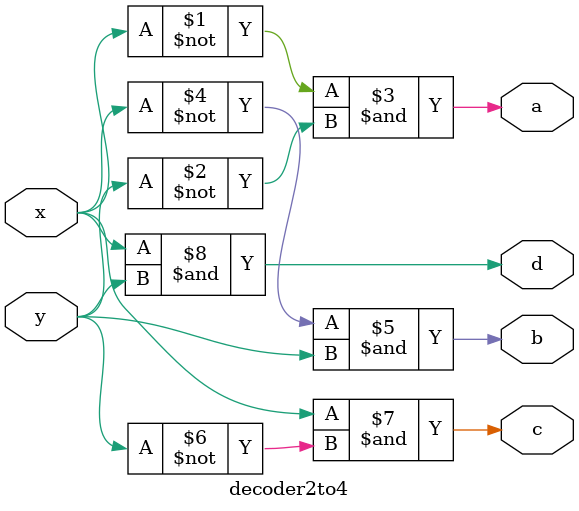
<source format=v>
module decoder2to4(input x,y,output a,b,c,d);
assign a=~x&~y;
assign b=~x&y;
assign c=x&~y;
assign d=x&y;
endmodule

</source>
